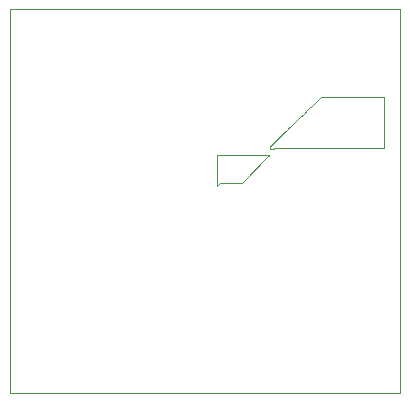
<source format=gbr>
%TF.GenerationSoftware,KiCad,Pcbnew,9.0.7*%
%TF.CreationDate,2026-02-04T19:16:51+05:00*%
%TF.ProjectId,HLT8012-Interface-board,484c5438-3031-4322-9d49-6e7465726661,rev?*%
%TF.SameCoordinates,Original*%
%TF.FileFunction,Profile,NP*%
%FSLAX46Y46*%
G04 Gerber Fmt 4.6, Leading zero omitted, Abs format (unit mm)*
G04 Created by KiCad (PCBNEW 9.0.7) date 2026-02-04 19:16:51*
%MOMM*%
%LPD*%
G01*
G04 APERTURE LIST*
%ADD10C,0.050000*%
%TA.AperFunction,Profile*%
%ADD11C,0.050000*%
%TD*%
G04 APERTURE END LIST*
D10*
X132100000Y-117100000D02*
X132100824Y-117100299D01*
X132101792Y-117100680D01*
X132103076Y-117101221D01*
X132104635Y-117101926D01*
X132106427Y-117102802D01*
X132108411Y-117103851D01*
X132109463Y-117104442D01*
X132110547Y-117105078D01*
X132111658Y-117105760D01*
X132112792Y-117106489D01*
X132113943Y-117107264D01*
X132115106Y-117108087D01*
X132116276Y-117108958D01*
X132117448Y-117109878D01*
X132118616Y-117110847D01*
X132119775Y-117111865D01*
X132120921Y-117112934D01*
X132122048Y-117114054D01*
X132123151Y-117115226D01*
X132124225Y-117116449D01*
X132125264Y-117117725D01*
X132126264Y-117119054D01*
X132127219Y-117120438D01*
X132128125Y-117121875D01*
X132128976Y-117123367D01*
X132129379Y-117124134D01*
X132129766Y-117124915D01*
X132130137Y-117125710D01*
X132130491Y-117126519D01*
X132130828Y-117127342D01*
X132131146Y-117128180D01*
X132131446Y-117129032D01*
X132131726Y-117129898D01*
X132131985Y-117130778D01*
X132132224Y-117131673D01*
X132132442Y-117132583D01*
X132132637Y-117133507D01*
X132132810Y-117134447D01*
X132132959Y-117135400D01*
X132133084Y-117136369D01*
X132133185Y-117137353D01*
X132133260Y-117138352D01*
X132133309Y-117139365D01*
X132133332Y-117140394D01*
X132133327Y-117141439D01*
X132133295Y-117142498D01*
X132133234Y-117143573D01*
X132133143Y-117144663D01*
X132133023Y-117145769D01*
X132132873Y-117146891D01*
X132132691Y-117148028D01*
X132132478Y-117149181D01*
X132132232Y-117150349D01*
X132131953Y-117151534D01*
X132131641Y-117152734D01*
X132131294Y-117153951D01*
X132130912Y-117155184D01*
X132130494Y-117156432D01*
X132130041Y-117157697D01*
X132129550Y-117158979D01*
X132129022Y-117160276D01*
X132128456Y-117161590D01*
X132127850Y-117162921D01*
X132127206Y-117164268D01*
X132126521Y-117165632D01*
X132125795Y-117167013D01*
X132125028Y-117168410D01*
X132124219Y-117169825D01*
X132123367Y-117171256D01*
X132122472Y-117172704D01*
X132121533Y-117174170D01*
X132120549Y-117175653D01*
X132119520Y-117177152D01*
X132118446Y-117178669D01*
X132117324Y-117180204D01*
X132116155Y-117181756D01*
X132114939Y-117183325D01*
X132113674Y-117184913D01*
X132112360Y-117186517D01*
X132110996Y-117188140D01*
X132109581Y-117189780D01*
X132108116Y-117191438D01*
X132106599Y-117193114D01*
X132105029Y-117194809D01*
X132103407Y-117196521D01*
X132101730Y-117198251D01*
X132100000Y-117200000D01*
X141925000Y-116500000D02*
X141925000Y-112200000D01*
D11*
X132100000Y-117200000D02*
X129850000Y-119450000D01*
D10*
X132375000Y-116600000D02*
X132375000Y-116600000D01*
D11*
X127725000Y-119725000D02*
X127725000Y-117100000D01*
X129850000Y-119450000D02*
X128000000Y-119450000D01*
D10*
X132375000Y-116600000D02*
X132386238Y-116597335D01*
X132397368Y-116594715D01*
X132408439Y-116592130D01*
X132419403Y-116589590D01*
X132430308Y-116587084D01*
X132441106Y-116584623D01*
X132451846Y-116582196D01*
X132462477Y-116579813D01*
X132473051Y-116577464D01*
X132483517Y-116575159D01*
X132493925Y-116572887D01*
X132504225Y-116570659D01*
X132514469Y-116568463D01*
X132524603Y-116566311D01*
X132534681Y-116564192D01*
X132544649Y-116562115D01*
X132554562Y-116560071D01*
X132564365Y-116558069D01*
X132574113Y-116556098D01*
X132583751Y-116554171D01*
X132593333Y-116552274D01*
X132602805Y-116550419D01*
X132612222Y-116548596D01*
X132621529Y-116546814D01*
X132639923Y-116543352D01*
X132657985Y-116540032D01*
X132675717Y-116536854D01*
X132693117Y-116533814D01*
X132710186Y-116530913D01*
X132726923Y-116528147D01*
X132743328Y-116525516D01*
X132759399Y-116523019D01*
X132775137Y-116520652D01*
X132790540Y-116518415D01*
X132805607Y-116516306D01*
X132820338Y-116514323D01*
X132834731Y-116512465D01*
X132848785Y-116510729D01*
X132862498Y-116509115D01*
X132875868Y-116507619D01*
X132888894Y-116506240D01*
X132901573Y-116504976D01*
X132913901Y-116503826D01*
X132925878Y-116502786D01*
X132937498Y-116501856D01*
X132948759Y-116501032D01*
X132959656Y-116500312D01*
X132970184Y-116499693D01*
X132980337Y-116499175D01*
X132990109Y-116498752D01*
X132999492Y-116498423D01*
X133008478Y-116498184D01*
X133017056Y-116498033D01*
X133025214Y-116497964D01*
X133032936Y-116497975D01*
X133040204Y-116498059D01*
X133046995Y-116498212D01*
X133053278Y-116498427D01*
X133059013Y-116498695D01*
X133064142Y-116499004D01*
X133068578Y-116499339D01*
X133072164Y-116499671D01*
X133074558Y-116499942D01*
X133075000Y-116500000D01*
D11*
X128000000Y-119450000D02*
X127725000Y-119725000D01*
X110225000Y-104757500D02*
X143225000Y-104757500D01*
X143225000Y-137257500D01*
X110225000Y-137257500D01*
X110225000Y-104757500D01*
D10*
X133075000Y-116500000D02*
X141925000Y-116500000D01*
X136550000Y-112200000D02*
X136501422Y-112246082D01*
X136443069Y-112301472D01*
X136364111Y-112376465D01*
X136266129Y-112469585D01*
X136150702Y-112579358D01*
X136019408Y-112704311D01*
X135948305Y-112772019D01*
X135873828Y-112842969D01*
X135796174Y-112916977D01*
X135715540Y-112993858D01*
X135632125Y-113073429D01*
X135546124Y-113155505D01*
X135457737Y-113239902D01*
X135367159Y-113326436D01*
X135274589Y-113414922D01*
X135180225Y-113505176D01*
X135084262Y-113597014D01*
X134986900Y-113690251D01*
X134888334Y-113784704D01*
X134788763Y-113880188D01*
X134688385Y-113976519D01*
X134587395Y-114073512D01*
X134485993Y-114170984D01*
X134384375Y-114268750D01*
X134282739Y-114366626D01*
X134181281Y-114464427D01*
X134080200Y-114561970D01*
X134029863Y-114610587D01*
X133979694Y-114659070D01*
X133929717Y-114707396D01*
X133879958Y-114755543D01*
X133830441Y-114803486D01*
X133781191Y-114851204D01*
X133732233Y-114898673D01*
X133683591Y-114945870D01*
X133635289Y-114992772D01*
X133587354Y-115039355D01*
X133539808Y-115085598D01*
X133492677Y-115131477D01*
X133445986Y-115176969D01*
X133399760Y-115222050D01*
X133354022Y-115266699D01*
X133308798Y-115310891D01*
X133264112Y-115354604D01*
X133219989Y-115397815D01*
X133176454Y-115440500D01*
X133133531Y-115482638D01*
X133091245Y-115524203D01*
X133049621Y-115565175D01*
X133008683Y-115605529D01*
X132968456Y-115645243D01*
X132928965Y-115684293D01*
X132890234Y-115722656D01*
X132852289Y-115760310D01*
X132815153Y-115797232D01*
X132778851Y-115833398D01*
X132743409Y-115868785D01*
X132708850Y-115903371D01*
X132675200Y-115937132D01*
X132642483Y-115970045D01*
X132610724Y-116002087D01*
X132579947Y-116033236D01*
X132550177Y-116063468D01*
X132521440Y-116092760D01*
X132507465Y-116107046D01*
X132493758Y-116121089D01*
X132480322Y-116134885D01*
X132467158Y-116148432D01*
X132454271Y-116161727D01*
X132441664Y-116174767D01*
X132429339Y-116187548D01*
X132417300Y-116200069D01*
X132405550Y-116212326D01*
X132394092Y-116224316D01*
X132382928Y-116236037D01*
X132372063Y-116247486D01*
X132361499Y-116258659D01*
X132351239Y-116269554D01*
X132341286Y-116280168D01*
X132331644Y-116290498D01*
X132322316Y-116300541D01*
X132313303Y-116310295D01*
X132304611Y-116319756D01*
X132296241Y-116328922D01*
X132288197Y-116337789D01*
X132280482Y-116346356D01*
X132273099Y-116354618D01*
X132266051Y-116362573D01*
X132259341Y-116370219D01*
X132252972Y-116377551D01*
X132246948Y-116384568D01*
X132241271Y-116391267D01*
X132235945Y-116397645D01*
X132230972Y-116403698D01*
X132226356Y-116409424D01*
X132222099Y-116414820D01*
X132220107Y-116417393D01*
X132218206Y-116419883D01*
X132216396Y-116422289D01*
X132214678Y-116424611D01*
X132213053Y-116426848D01*
X132211520Y-116429000D01*
X132210080Y-116431066D01*
X132208733Y-116433047D01*
X132207480Y-116434942D01*
X132206322Y-116436750D01*
X132205257Y-116438472D01*
X132204288Y-116440106D01*
X132203415Y-116441653D01*
X132202637Y-116443112D01*
X132201955Y-116444483D01*
X132201369Y-116445765D01*
X132200881Y-116446958D01*
X132200489Y-116448062D01*
X132200196Y-116449076D01*
X132200000Y-116450000D01*
D11*
X127725000Y-117100000D02*
X132100000Y-117100000D01*
D10*
X141925000Y-112200000D02*
X141924960Y-112199883D01*
X141924824Y-112199754D01*
X141924534Y-112199602D01*
X141924001Y-112199419D01*
X141923111Y-112199205D01*
X141921722Y-112198958D01*
X141919670Y-112198681D01*
X141916765Y-112198373D01*
X141912791Y-112198035D01*
X141907506Y-112197670D01*
X141900644Y-112197280D01*
X141891912Y-112196866D01*
X141880991Y-112196431D01*
X141867537Y-112195977D01*
X141851181Y-112195508D01*
X141831529Y-112195026D01*
X141808161Y-112194535D01*
X141780634Y-112194037D01*
X141748477Y-112193538D01*
X141711199Y-112193040D01*
X141668285Y-112192548D01*
X141619196Y-112192066D01*
X141563372Y-112191599D01*
X141500233Y-112191152D01*
X141429181Y-112190729D01*
X141349599Y-112190336D01*
X141260854Y-112189978D01*
X141162303Y-112189661D01*
X141053293Y-112189390D01*
X140933164Y-112189171D01*
X140801259Y-112189011D01*
X140656926Y-112188915D01*
X140499528Y-112188890D01*
X140328457Y-112188942D01*
X140143141Y-112189077D01*
X139943072Y-112189302D01*
X139727826Y-112189623D01*
X139497099Y-112190045D01*
X139250756Y-112190573D01*
X138988906Y-112191212D01*
X138712002Y-112191964D01*
X138421002Y-112192832D01*
X138117637Y-112193811D01*
X137804848Y-112194895D01*
X137487613Y-112196068D01*
X137174620Y-112197295D01*
X136882192Y-112198507D01*
X136645327Y-112199546D01*
X136573033Y-112199882D01*
X136550000Y-112200000D01*
X132200000Y-116450000D02*
X132199703Y-116451842D01*
X132199429Y-116453669D01*
X132199177Y-116455478D01*
X132198948Y-116457272D01*
X132198741Y-116459048D01*
X132198556Y-116460810D01*
X132198393Y-116462555D01*
X132198251Y-116464285D01*
X132198130Y-116465999D01*
X132198031Y-116467698D01*
X132197952Y-116469381D01*
X132197894Y-116471051D01*
X132197856Y-116472705D01*
X132197839Y-116474345D01*
X132197841Y-116475970D01*
X132197864Y-116477582D01*
X132197906Y-116479179D01*
X132197968Y-116480763D01*
X132198049Y-116482333D01*
X132198150Y-116483890D01*
X132198269Y-116485433D01*
X132198408Y-116486964D01*
X132198565Y-116488482D01*
X132198741Y-116489986D01*
X132198936Y-116491479D01*
X132199149Y-116492958D01*
X132199380Y-116494427D01*
X132199630Y-116495882D01*
X132199897Y-116497327D01*
X132200183Y-116498758D01*
X132200487Y-116500180D01*
X132200809Y-116501588D01*
X132201506Y-116504373D01*
X132202274Y-116507115D01*
X132203112Y-116509814D01*
X132204021Y-116512472D01*
X132205000Y-116515090D01*
X132206049Y-116517668D01*
X132207168Y-116520208D01*
X132208357Y-116522711D01*
X132209618Y-116525178D01*
X132210949Y-116527609D01*
X132212352Y-116530006D01*
X132213827Y-116532368D01*
X132215375Y-116534697D01*
X132216996Y-116536994D01*
X132218692Y-116539258D01*
X132220463Y-116541490D01*
X132222311Y-116543690D01*
X132224236Y-116545859D01*
X132226239Y-116547997D01*
X132228323Y-116550105D01*
X132230487Y-116552181D01*
X132232734Y-116554226D01*
X132235065Y-116556240D01*
X132237481Y-116558223D01*
X132239984Y-116560175D01*
X132242575Y-116562094D01*
X132245255Y-116563981D01*
X132248027Y-116565835D01*
X132250891Y-116567656D01*
X132253848Y-116569443D01*
X132256901Y-116571194D01*
X132260051Y-116572910D01*
X132263298Y-116574588D01*
X132266645Y-116576229D01*
X132270091Y-116577831D01*
X132273638Y-116579392D01*
X132277287Y-116580913D01*
X132281038Y-116582390D01*
X132284891Y-116583822D01*
X132288846Y-116585209D01*
X132292903Y-116586548D01*
X132297061Y-116587838D01*
X132301318Y-116589076D01*
X132305672Y-116590262D01*
X132310121Y-116591392D01*
X132314660Y-116592464D01*
X132319285Y-116593477D01*
X132323988Y-116594428D01*
X132328761Y-116595314D01*
X132333594Y-116596133D01*
X132338471Y-116596882D01*
X132343374Y-116597557D01*
X132348279Y-116598158D01*
X132353150Y-116598678D01*
X132357942Y-116599117D01*
X132362585Y-116599470D01*
X132366971Y-116599734D01*
X132370911Y-116599907D01*
X132373993Y-116599989D01*
X132375000Y-116600000D01*
M02*

</source>
